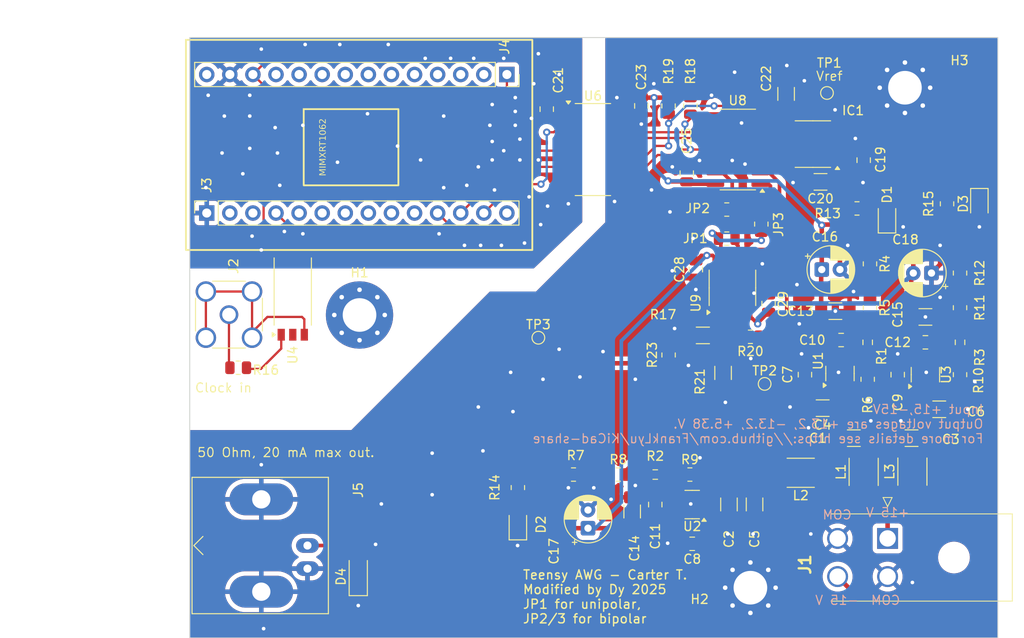
<source format=kicad_pcb>
(kicad_pcb (version 20241229) (generator "pcbnew") (generator_version "9.0")
  (layers (0 "F.Cu" signal) (4 "In1.Cu" signal) (6 "In2.Cu" signal) (2 "B.Cu" signal) (13 "F.Paste" user) (15 "B.Paste" user) (5 "F.SilkS" user "F.Silkscreen") (7 "B.SilkS" user "B.Silkscreen") (1 "F.Mask" user) (3 "B.Mask" user) (25 "Edge.Cuts" user))
  (net 0 "")
  (net 1 "+3.3V")
  (net 2 "+5V")
  (net 3 "-12V")
  (net 4 "+12V")
  (net 5 "Net-(JP1-B)")
  (net 6 "Net-(JP1-A)")
  (net 7 "Net-(JP2-A)")
  (net 8 "GND")
  (net 9 "Vp_unreg")
  (net 10 "Vn_unreg")
  (net 11 "Net-(U1-EN)")
  (net 12 "Net-(U2-EN)")
  (net 13 "Net-(U1-SENSE{slash}ADJ)")
  (net 14 "/core/SCLK")
  (net 15 "/core/LDAC")
  (net 16 "GNDD")
  (net 17 "/core/CS")
  (net 18 "/core/DIN")
  (net 19 "Net-(J2-In)")
  (net 20 "Net-(J2-Ext)")
  (net 21 "Net-(U3-EN)")
  (net 22 "Net-(C10-Pad2)")
  (net 23 "Net-(C11-Pad2)")
  (net 24 "Net-(C12-Pad2)")
  (net 25 "Net-(D2-A)")
  (net 26 "Net-(D3-K)")
  (net 33 "Net-(J3-Pin_4)")
  (net 48 "Net-(D4-A2)")
  (net 49 "Net-(U2-SENSE{slash}ADJ)")
  (net 50 "Net-(U3-ADJ)")
  (net 51 "Net-(U4-A)")
  (net 52 "Net-(U6-I{slash}OB2)")
  (net 53 "Net-(U6-I{slash}OB1)")
  (net 55 "Net-(U6-OUTB1)")
  (net 57 "Net-(U6-OUTB2)")
  (net 62 "Net-(R4-Pad2)")
  (net 63 "Net-(R7-Pad2)")
  (net 64 "Net-(R11-Pad1)")
  (net 65 "Net-(U9A-+)")
  (net 66 "Net-(U9A--)")
  (net 67 "Net-(R17-Pad1)")
  (net 69 "Net-(D1-A)")
  (net 72 "Net-(IC1-NR)")
  (net 73 "/core/REF_F")
  (net 74 "/core/GNDS")
  (net 75 "/core/REF_S")
  (net 76 "Net-(U8-OUT)")
  (net 77 "Net-(JP3-B)")
  (footprint "LED_SMD:LED_0805_2012Metric" (layer "F.Cu") (at 107.188 48.768 -90)
    (property "Reference" "D3")
    (property "Value" "C2297")
  )
  (footprint "Resistor_SMD:R_1206_3216Metric" (layer "F.Cu") (at 76.7695 63.246)
    (property "Reference" "R17")
    (property "Value" "ARG06BTC1001")
  )
  (footprint "Resistor_SMD:R_0805_2012Metric" (layer "F.Cu") (at 105.062 56.388 -90)
    (property "Reference" "R12")
    (property "Value" "0805W8F0000T5E")
  )
  (footprint "Capacitor_SMD:C_0805_2012Metric" (layer "F.Cu") (at 84 59.75 90)
    (property "Reference" "C29")
    (property "Value" "CC0805KRX7R9BB104")
  )
  (footprint "Capacitor_SMD:C_0805_2012Metric" (layer "F.Cu") (at 76 56 -90)
    (property "Reference" "C28")
    (property "Value" "CC0805KRX7R9BB104")
  )
  (footprint "Resistor_SMD:R_0805_2012Metric" (layer "F.Cu") (at 105.062 67.564 90)
    (property "Reference" "R10")
    (property "Value" "0805W8F1002T5E")
  )
  (footprint "TestPoint:TestPoint_Pad_D1.0mm" (layer "F.Cu") (at 83.566 68.58)
    (property "Reference" "TP2")
    (property "Value" "Out/2.5")
  )
  (footprint "Inductor_SMD:L_Taiyo-Yuden_MD-3030" (layer "F.Cu") (at 87.536 78.359 180)
    (property "Reference" "L2")
    (property "Value" "SWPA3015S330MT")
  )
  (footprint "TestPoint:TestPoint_Pad_D1.0mm" (layer "F.Cu") (at 90.424 36.576)
    (property "Reference" "TP1")
    (property "Value" "Ref")
  )
  (footprint "Resistor_SMD:R_0805_2012Metric" (layer "F.Cu") (at 62.5405 78.552)
    (property "Reference" "R7")
    (property "Value" "0805W8F0000T5E")
  )
  (footprint "Package_SO:SOIC-8_3.9x4.9mm_P1.27mm" (layer "F.Cu") (at 88.8746 42.1992 180)
    (property "Reference" "IC1")
    (property "Value" "MAX6126AASA50+")
  )
  (footprint "Package_SO:SOIC-16_3.9x9.9mm_P1.27mm" (layer "F.Cu") (at 64.676 42.799)
    (property "Reference" "U6")
    (property "Value" "MAX14850ASE+")
  )
  (footprint "Capacitor_SMD:C_1206_3216Metric_Pad1.33x1.80mm_HandSolder" (layer "F.Cu") (at 101.252 61.214)
    (property "Reference" "C15")
    (property "Value" "1206B475K500NT")
  )
  (footprint "Capacitor_SMD:C_1206_3216Metric_Pad1.33x1.80mm_HandSolder" (layer "F.Cu") (at 102.776 71.374)
    (property "Reference" "C6")
    (property "Value" "1206B475K500NT")
  )
  (footprint "LED_SMD:LED_0805_2012Metric" (layer "F.Cu") (at 56.421 84.0505 90)
    (property "Reference" "D2")
    (property "Value" "C2297")
  )
  (footprint "Capacitor_SMD:C_0805_2012Metric" (layer "F.Cu") (at 70 38 -90)
    (property "Reference" "C23")
    (property "Value" "CC0805KRX7R9BB104")
  )
  (footprint "Capacitor_SMD:C_1206_3216Metric" (layer "F.Cu") (at 89.7128 46.355 180)
    (property "Reference" "C20")
    (property "Value" "CGA5L2C0G1H104JT0Y0N")
  )
  (footprint "MountingHole:MountingHole_3.7mm_Pad_Via" (layer "F.Cu") (at 39 61)
    (property "Reference" "H1")
    (property "Value" "MountingHole_Pad")
  )
  (footprint "teensy:39-30-Y040" (layer "F.Cu") (at 97.094 85.5785 90)
    (property "Reference" "J1")
    (property "Value" "39300040" (hide yes))
  )
  (footprint "Resistor_SMD:R_1206_3216Metric" (layer "F.Cu") (at 78.994 67.3715 -90)
    (property "Reference" "R21")
    (property "Value" "ARG06BTC1001")
  )
  (footprint "Capacitor_SMD:C_1206_3216Metric_Pad1.33x1.80mm_HandSolder" (layer "F.Cu") (at 82.456 81.838 -90)
    (property "Reference" "C5")
    (property "Value" "1206B475K500NT")
  )
  (footprint "Resistor_SMD:R_0805_2012Metric" (layer "F.Cu") (at 75.344 78.552)
    (property "Reference" "R9")
    (property "Value" "0805W8F1002T5E")
  )
  (footprint "Resistor_SMD:R_0805_2012Metric" (layer "F.Cu") (at 25.654 66.802)
    (property "Reference" "R16")
    (property "Value" "0805W8F6800T5E")
  )
  (footprint "Package_SO:SOIC-8_3.9x4.9mm_P1.27mm" (layer "F.Cu") (at 80.0242 58.0136 90)
    (property "Reference" "U9")
    (property "Value" "OPA2192IDR")
  )
  (footprint "Resistor_SMD:R_0805_2012Metric" (layer "F.Cu") (at 94.902 68.072 -90)
    (property "Reference" "R6")
    (property "Value" "AR05BTCW3502")
  )
  (footprint "Resistor_SMD:R_0603_1608Metric_Pad0.98x0.95mm_HandSolder" (layer "F.Cu") (at 105.062 64.008 -90)
    (property "Reference" "R3")
    (property "Value" "0603WAF470JT5E")
  )
  (footprint "Resistor_SMD:R_0805_2012Metric" (layer "F.Cu") (at 83.2 51 90)
    (property "Reference" "JP3")
    (property "Value" "DNP")
  )
  (footprint "Resistor_SMD:R_0805_2012Metric" (layer "F.Cu") (at 105.062 60.198 -90)
    (property "Reference" "R11")
    (property "Value" "0805W8F1003T5E")
  )
  (footprint "Resistor_SMD:R_0805_2012Metric" (layer "F.Cu") (at 103.632 48.768 90)
    (property "Reference" "R15")
    (property "Value" "0805W8F1003T5E")
  )
  (footprint "Resistor_SMD:R_0805_2012Metric" (layer "F.Cu") (at 79.4 49.4 180)
    (property "Reference" "JP2")
    (property "Value" "DNP")
  )
  (footprint "Connector_Coaxial:BNC_Amphenol_B6252HB-NPP3G-50_Horizontal" (layer "F.Cu") (at 33.274 86.36 90)
    (property "Reference" "J5")
    (property "Value" "KH-BNC50-3511")
  )
  (footprint "MountingHole:MountingHole_3.7mm_Pad_Via" (layer "F.Cu") (at 99 36)
    (property "Reference" "H3")
    (property "Value" "MountingHole_Pad")
  )
  (footprint "Diode_SMD:D_SOD-123F" (layer "F.Cu") (at 38.862 89.662 90)
    (property "Reference" "D4")
    (property "Value" "SMF12CA")
  )
  (footprint "Capacitor_THT:CP_Radial_D5.0mm_P2.00mm" (layer "F.Cu") (at 101.920112 56.388 180)
    (property "Reference" "C18")
    (property "Value" "HG1H226M0508PC")
  )
  (footprint "Capacitor_SMD:C_0805_2012Metric" (layer "F.Cu") (at 101.252 64.008)
    (property "Reference" "C12")
    (property "Value" "0805CG103J500NT")
  )
  (footprint "Connector_Coaxial:SMA_Amphenol_132134-16_Vertical" (layer "F.Cu") (at 24.638 60.96 90)
    (property "Reference" "J2")
    (property "Value" "HJ-SMA429")
  )
  (footprint "Inductor_SMD:L_Taiyo-Yuden_MD-3030" (layer "F.Cu") (at 94.461 78.258 90)
    (property "Reference" "L1")
    (property "Value" "SWPA3015S330MT")
  )
  (footprint "Capacitor_SMD:C_0805_2012Metric" (layer "F.Cu") (at 94.4626 43.9674 90)
    (property "Reference" "C19")
    (property "Value" "CC0805KRX7R9BB104")
  )
  (footprint "Package_SO:SO-6L_10x3.84mm_P1.27mm" (layer "F.Cu") (at 31.656 58.42 90)
    (property "Reference" "U4")
    (property "Value" "TLP2770(TP,E")
  )
  (footprint "LED_SMD:LED_0805_2012Metric" (layer "F.Cu") (at 97.028 50.292 90)
    (property "Reference" "D1")
    (property "Value" "C2297")
  )
  (footprint "Resistor_SMD:R_0805_2012Metric" (layer "F.Cu") (at 79.4 52.6 180)
    (property "Reference" "JP1")
    (property "Value" "0805W8F0000T5E")
  )
  (footprint "Resistor_SMD:R_0805_2012Metric" (layer "F.Cu") (at 73 65.4 -90)
    (property "Reference" "R23")
    (property "Value" "AR05FTBW0500")
  )
  (footprint "Capacitor_SMD:C_0805_2012Metric" (layer "F.Cu") (at 71.534 81.854 90)
    (property "Reference" "C11")
    (property "Value" "0805CG103J500NT")
  )
  (footprint "Resistor_SMD:R_0603_1608Metric_Pad0.98x0.95mm_HandSolder" (layer "F.Cu") (at 94.902 64.008 -90)
    (property "Reference" "R1")
    (property "Value" "0603WAF470JT5E")
  )
  (footprint "Package_TO_SOT_SMD:TSOT-23-5" (layer "F.Cu") (at 91.854 67.437 90)
    (property "Reference" "U1")
    (property "Value" "ADP7118AUJZ-R7")
  )
  (footprint "Resistor_SMD:R_0805_2012Metric" (layer "F.Cu") (at 56.421 79.9865 -90)
    (property "Reference" "R14")
    (property "Value" "0805W8F1003T5E")
  )
  (footprint "Capacitor_SMD:C_0805_2012Metric" (layer "F.Cu") (at 91.981 63.754)
    (property "Reference" "C10")
    (property "Value" "0805CG103J500NT")
  )
  (footprint "Capacitor_SMD:C_1206_3216Metric_Pad1.33x1.80mm_HandSolder" (layer "F.Cu") (at 99.728 74.549 180)
    (property "Reference" "C3")
    (property "Value" "1206B475K500NT")
  )
  (footprint "Capacitor_THT:CP_Radial_D5.0mm_P2.00mm" (layer "F.Cu") (at 64.135 84.455 90)
    (property "Reference" "C17")
    (property "Value" "HG1H226M0508PC")
  )
  (footprint "Capacitor_SMD:C_0805_2012Metric" (layer "F.Cu") (at 75.598 86.172 180)
    (property "Reference" "C8")
    (property "Value" "CC0805KRX7R9BB104")
  )
  (footprint "Capacitor_SMD:C_0805_2012Metric" (layer "F.Cu") (at 59.596 38.354 -90)
    (property "Reference" "C21")
    (property "Value" "CC0805KRX7R9BB104")
  )
  (footprint "Capacitor_SMD:C_0805_2012Metric" (layer "F.Cu") (at 88 67.564 90)
    (property "Reference" "C7")
    (property "Value" "CC0805KRX7R9BB104")
  )
  (footprint "Connector_PinSocket_2.54mm:PinSocket_1x14_P2.54mm_Vertical" (layer "F.Cu") (at 55.213 34.544 -90)
    (property "Reference" "J4")
    (property "Value" "PM254-1-14-Z-8.5")
  )
  (footprint "MountingHole:MountingHole_3.7mm_Pad_Via" (layer "F.Cu") (at 82 91)
    (property "Reference" "H2")
    (property "Value" "MountingHole_Pad")
  )
  (footprint "Resistor_SMD:R_0805_2012Metric" (layer "F.Cu") (at 82 63.4)
    (property "Reference" "R20")
    (property "Value" "0805W8F1000T5E")
  )
  (footprint "Capacitor_SMD:C_0805_2012Metric" (layer "F.Cu") (at 98.204 67.564 90)
    (property "Reference" "C9")
    (property "Value" "CC0805KRX7R9BB104")
  )
  (footprint "TestPoint:TestPoint_Pad_D1.0mm" (layer "F.Cu") (at 58.674 63.5)
    (property "Reference" "TP3")
    (property "Value" "Out")
  )
  (footprint "Resistor_SMD:R_0805_2012Metric" (layer "F.Cu") (at 95.156 60.198 -90)
    (property "Reference" "R5")
    (property "Value" "0805W8F0000T5E")
  )
  (footprint "Resistor_SMD:R_0805_2012Metric" (layer "F.Cu") (at 72.996 38 -90)
    (property "Reference" "R19")
    (property "Value" "PTFR0805B1K00N9")
  )
  (footprint "Inductor_SMD:L_Taiyo-Yuden_MD-3030" (layer "F.Cu") (at 99.822 78.232 90)
    (property "Reference" "L3")
    (property "Value" "SWPA3015S330MT")
  )
  (footprint "Connector_PinSocket_2.54mm:PinSocket_1x14_P2.54mm_Vertical" (layer "F.Cu") (at 22.193 49.784 90)
    (property "Reference" "J3")
    (property "Value" "PM254-1-14-Z-8.5")
  )
  (footprint "Capacitor_SMD:C_1206_3216Metric" (layer "F.Cu") (at 85.9282 36.6776 90)
    (property "Reference" "C22")
    (property "Value" "CGA5L2C0G1H104JT0Y0N")
  )
  (footprint "Capacitor_THT:CP_Radial_D5.0mm_P2.00mm" (layer "F.Cu") (at 89.849888 56)
    (property "Reference" "C16")
    (property "Value" "HG1H226M0508PC")
  )
  (footprint "Package_SO:SOIC-14_3.9x8.7mm_P1.27mm" (layer "F.Cu") (at 80.616 42.799 180)
    (property "Reference" "U8")
    (property "Value" "MAX5719AGSD+")
  )
  (footprint "Resistor_SMD:R_0805_2012Metric" (layer "F.Cu") (at 95.156 55.372 -90)
    (property "Reference" "R4")
    (property "Value" "ARG05BTC3481")
  )
  (footprint "Capacitor_SMD:C_1206_3216Metric_Pad1.33x1.80mm_HandSolder" (layer "F.Cu") (at 93.378 74.549)
    (property "Reference" "C1")
    (property "Value" "1206B475K500NT")
  )
  (footprint "Package_TO_SOT_SMD:TSOT-23-5" (layer "F.Cu") (at 75.598 81.854 180)
    (property "Reference" "U2")
    (property "Value" "ADP7118AUJZ-R7")
  )
  (footprint "Capacitor_SMD:C_1206_3216Metric_Pad1.33x1.80mm_HandSolder" (layer "F.Cu") (at 91.346 60.579)
    (property "Reference" "C13")
    (property "Value" "1206B475K500NT")
  )
  (footprint "Resistor_SMD:R_0805_2012Metric" (layer "F.Cu") (at 75.4 38 -90)
    (property "Reference" "R18")
    (property "Value" "PTFR0805B1K00N9")
  )
  (footprint "Capacitor_SMD:C_0805_2012Metric" (layer "F.Cu") (at 75 45.4 -90)
    (property "Reference" "C25")
    (property "Value" "CC0805KRX7R9BB104")
  )
  (footprint "Resistor_SMD:R_0603_1608Metric_Pad0.98x0.95mm_HandSolder" (layer "F.Cu") (at 71.534 78.552)
    (property "Reference" "R2")
    (property "Value" "0603WAF470JT5E")
  )
  (footprint "Resistor_SMD:R_0805_2012Metric" (layer "F.Cu") (at 67.47 78.552)
    (property "Reference" "R8")
    (property "Value" "0805W8F1003T5E")
  )
  (footprint "Resistor_SMD:R_0805_2012Metric" (layer "F.Cu") (at 93.726 49.276)
    (property "Reference" "R13")
    (property "Value" "0805W8F3162T5E")
  )
  (footprint "Package_TO_SOT_SMD:TSOT-23-5" (layer "F.Cu") (at 101.252 67.564 90)
    (property "Reference" "U3")
    (property "Value" "ADP7182AUJZ-R7")
  )
  (footprint "Capacitor_SMD:C_1206_3216Metric_Pad1.33x1.80mm_HandSolder" (layer "F.Cu") (at 68.994 82.616 90)
    (property "Reference" "C14")
    (property "Value" "1206B475K500NT")
  )
  (footprint "Capacitor_SMD:C_1206_3216Metric_Pad1.33x1.80mm_HandSolder" (layer "F.Cu") (at 89.949 71.247 180)
    (property "Reference" "C4")
    (property "Value" "1206B475K500NT")
  )
  (footprint "Capacitor_SMD:C_1206_3216Metric_Pad1.33x1.80mm_HandSolder" (layer "F.Cu") (at 79.642 81.842 -90)
    (property "Reference" "C2")
    (property "Value" "1206B475K500NT")
  )
  (gr_rect (start 19.907 30.734) (end 58.007 53.848) (stroke (width 0.2)) (fill no) (layer "F.SilkS"))
  (gr_rect (start 32.861 38.354) (end 43.275 46.736) (stroke (width 0.2)) (fill no) (layer "F.SilkS"))
  (gr_rect (start 20.32 30.48) (end 109.22 96.52) (stroke (width 0.1)) (fill no) (layer "Edge.Cuts"))
  (gr_text "Clock in" (at 20.828 69.596 0) (layer "F.SilkS") (effects (font (size 1 1) (thickness 0.125)) (justify left bottom)))
  (gr_text "MIMXRT1062\n" (at 35.401 45.72 90) (layer "F.SilkS") (effects (font (size 0.7 0.7) (thickness 0.175)) (justify left bottom)))
  (gr_text "50 Ohm, 20 mA max out." (at 21.082 76.708 0) (layer "F.SilkS") (effects (font (size 1 1) (thickness 0.125)) (justify left bottom)))
  (gr_text "Teensy AWG - Carter T.\nModified by Dy 2025\nJP1 for unipolar, \nJP2/3 for bipolar\n" (at 56.896 95 0) (layer "F.SilkS") (effects (font (size 1 1)) (justify left bottom)))
  (gr_text "Vref" (at 89.154 35.306 0) (layer "F.SilkS") (effects (font (size 1 1) (thickness 0.125)) (justify left bottom)))
  (gr_text "COM" (at 93.218 83.566 0) (layer "B.SilkS") (effects (font (size 1 1) (thickness 0.125)) (justify left bottom mirror)))
  (gr_text "COM" (at 98.552 92.964 0) (layer "B.SilkS") (effects (font (size 1 1) (thickness 0.125)) (justify left bottom mirror)))
  (gr_text "Input +15,-15V\nOutput voltages are +13.2, -13.2, +5.38 V.\nFor more details see https://github.com/FrankLyu/KiCad-share" (at 107.696 75.184 0) (layer "B.SilkS") (effects (font (size 1 1) (thickness 0.125)) (justify left bottom mirror)))
  (gr_text "+15 V" (at 99.568 83.312 0) (layer "B.SilkS") (effects (font (size 1 1) (thickness 0.125)) (justify left bottom mirror)))
  (gr_text "-15 V" (at 93.98 92.964 0) (layer "B.SilkS") (effects (font (size 1 1) (thickness 0.125)) (justify left bottom mirror)))
  (segment (start 59.596 34.544) (end 59.596 37.404) (width 0.25) (layer "F.Cu") (net 1))
  (segment (start 29.813 32.004) (end 57.056 32.004) (width 0.25) (layer "F.Cu") (net 1))
  (segment (start 27.273 34.544) (end 29.813 32.004) (width 0.25) (layer "F.Cu") (net 1))
  (segment (start 61.251 37.404) (end 62.201 38.354) (width 0.25) (layer "F.Cu") (net 1))
  (segment (start 28.449 35.72) (end 27.273 34.544) (width 0.25) (layer "F.Cu") (net 1))
  (segment (start 57.056 32.004) (end 59.596 34.544) (width 0.25) (layer "F.Cu") (net 1))
  (segment (start 28.449 51.733) (end 28.449 35.72) (width 0.25) (layer "F.Cu") (net 1))
  (segment (start 30.386 53.67) (end 28.449 51.733) (width 0.25) (layer "F.Cu") (net 1))
  (segment (start 59.596 37.404) (end 61.251 37.404) (width 0.25) (layer "F.Cu") (net 1))
  (segment (start 71.4 37.0875) (end 70.4375 37.0875) (width 0.5) (layer "F.Cu") (net 2))
  (segment (start 73.05 46.35) (end 75 46.35) (width 0.4) (layer "F.Cu") (net 2))
  (segment (start 93.251 51.054) (end 95.156 52.959) (width 0.5) (layer "F.Cu") (net 2))
  (segment (start 72.996 37.0875) (end 71.4 37.0875) (width 0.5) (layer "F.Cu") (net 2))
  (segment (start 91.031 63.754) (end 89.441 62.164) (width 0.5) (layer "F.Cu") (net 2))
  (segment (start 92.8135 49.276) (end 92.8135 43.323101) (width 0.5) (layer "F.Cu") (net 2))
  (segment (start 89.849888 56) (end 89.849888 51.120112) (width 0.5) (layer "F.Cu") (net 2))
  (segment (start 68.446 38.354) (end 69.75 37.05) (width 0.4) (layer "F.Cu") (net 2))
  (segment (start 67.151 38.354) (end 68.446 38.354) (width 0.4) (layer "F.Cu") (net 2))
  (segment (start 89.441 62.164) (end 89.441 60.9215) (width 0.5) (layer "F.Cu") (net 2))
  (segment (start 94.2794 42.8342) (end 94.4626 43.0174) (width 0.5) (layer "F.Cu") (net 2))
  (segment (start 69.75 37.05) (end 70 37.05) (width 0.4) (layer "F.Cu") (net 2))
  (segment (start 75.4 37.0875) (end 72.996 37.0875) (width 0.5) (layer "F.Cu") (net 2))
  (segment (start 70.4375 37.0875) (end 70.4 37.05) (width 0.5) (layer "F.Cu") (net 2))
  (segment (start 90.904 66.2995) (end 90.904 63.881) (width 0.5) (layer "F.Cu") (net 2))
  (segment (start 89.7835 56.066388) (end 89.849888 56) (width 0.5) (layer "F.Cu") (net 2))
  (segment (start 93.251 51.054) (end 92.8135 50.6165) (width 0.5) (layer "F.Cu") (net 2))
  (segment (start 94.8744 42.8342) (end 94.996 42.7126) (width 0.25) (layer "F.Cu") (net 2))
  (segment (start 92.8135 43.323101) (end 92.324599 42.8342) (width 0.5) (layer "F.Cu") (net 2))
  (segment (start 72.95 46.25) (end 73.05 46.35) (width 0.4) (layer "F.Cu") (net 2))
  (segment (start 78.141 46.609) (end 75.259 46.609) (width 0.4) (layer "F.Cu") (net 2))
  (segment (start 70.4 37.05) (end 70 37.05) (width 0.5) (layer "F.Cu") (net 2))
  (segment (start 75.259 46.609) (end 75 46.35) (width 0.4) (layer "F.Cu") (net 2))
  (segment (start 89.849888 51.120112) (end 89.916 51.054) (width 0.5) (layer "F.Cu") (net 2))
  (segment (start 89.916 51.054) (end 93.251 51.054) (width 0.5) (layer "F.Cu") (net 2))
  (segment (start 92.8135 50.6165) (end 92.8135 49.276) (width 0.5) (layer "F.Cu") (net 2))
  (segment (start 89.7835 60.579) (end 89.7835 56.066388) (width 0.5) (layer "F.Cu") (net 2))
  (segment (start 91.3496 42.8342) (end 94.2794 42.8342) (width 0.5) (layer "F.Cu") (net 2))
  (segment (start 92.324599 42.8342) (end 91.3496 42.8342) (width 0.5) (layer "F.Cu") (net 2))
  (segment (start 95.156 52.959) (end 95.156 54.4595) (width 0.5) (layer "F.Cu") (net 2))
  (via (at 72.95 46.25) (size 0.8) (drill 0.4) (layers "F.Cu" "B.Cu") (net 2))
  (via (at 71.4 37.0875) (size 0.8) (drill 0.4) (layers "F.Cu" "B.Cu") (net 2))
  (via (at 89.849888 51.120112) (size 0.8) (drill 0.4) (layers "F.Cu" "B.Cu") (net 2))
  (segment (start 72.95 46.25) (end 84.979776 46.25) (width 0.4) (layer "B.Cu") (net 2))
  (segment (start 71.4 44.8) (end 71.4 37.0875) (width 0.4) (layer "B.Cu") (net 2))
  (segment (start 72.95 46.25) (end 72.85 46.25) (width 0.4) (layer "B.Cu") (net 2))
  (segment (start 84.979776 46.25) (end 89.849888 51.120112) (width 0.4) (layer "B.Cu") (net 2))
  (segment (start 72.85 46.25) (end 71.4 44.8) (width 0.4) (layer "B.Cu") (net 2))
  (segment (start 103.632 51.054) (end 103.632 49.6805) (width 0.5) (layer "F.Cu") (net 3))
  (segment (start 103.632 51.054) (end 103.411 51.054) (width 0.5) (layer "F.Cu") (net 3))
  (segment (start 99.920112 56.388) (end 99.920112 53.385888) (width 0.5) (layer "F.Cu") (net 3))
  (segment (start 82.2 61.4) (end 81.905 61.105) (width 0.4) (layer "F.Cu") (net 3))
  (segment (start 82.804 61.896) (end 84 60.7) (width 0.4) (layer "F.Cu") (net 3))
  (segment (start 100.302 64.008) (end 100.302 61.8265) (width 0.5) (layer "F.Cu") (net 3))
  (segment (start 103.411 51.054) (end 102.252 51.054) (width 0.5) (layer "F.Cu") (net 3))
  (segment (start 99.6895 61.214) (end 99.6895 56.618612) (width 0.5) (layer "F.Cu") (net 3))
  (segment (start 100.302 64.008) (end 100.302 66.4265) (width 0.5) (layer "F.Cu") (net 3))
  (segment (start 81.905 61.105) (end 81.905 60.475) (width 0.4) (layer "F.Cu") (net 3))
  (segment (start 105.062 52.07) (end 104.046 51.054) (width 0.5) (layer "F.Cu") (net 3))
  (segment (start 99.6895 56.618612) (end 99.920112 56.388) (width 0.5) (layer "F.Cu") (net 3))
  (segment (start 82.804 61.976) (end 82.804 61.896) (width 0.4) (layer "F.Cu") (net 3))
  (segment (start 104.046 51.054) (end 103.632 51.054) (width 0.5) (layer "F.Cu") (net 3))
  (segment (start 100.302 61.8265) (end 99.6895 61.214) (width 0.5) (layer "F.Cu") (net 3))
  (segment (start 99.920112 53.385888) (end 102.252 51.054) (width 0.5) (layer "F.Cu") (net 3))
  (segment (start 105.062 55.4755) (end 105.062 52.07) (width 0.5) (layer "F.Cu") (net 3))
  (segment (start 82.804 61.976) (end 82.228 61.4) (width 0.4) (layer "F.Cu") (net 3))
  (segment (start 82.228 61.4) (end 82.2 61.4) (width 0.4) (layer "F.Cu") (net 3))
  (via (at 82.804 61.976) (size 0.8) (drill 0.4) (layers "F.Cu" "B.Cu") (net 3))
  (segment (start 82.804 61.396) (end 84.472 59.728) (width 0.5) (layer "B.Cu") (net 3))
  (segment (start 96.580112 59.728) (end 99.920112 56.388) (width 0.5) (layer "B.Cu") (net 3))
  (segment (start 82.804 61.976) (end 82.804 61.396) (width 0.5) (layer "B.Cu") (net 3))
  (segment (start 84.472 59.728) (end 96.580112 59.728) (width 0.5) (layer "B.Cu") (net 3))
  (segment (start 59.8555 79.629) (end 59.8555 82.3835) (width 0.5) (layer "F.Cu") (net 4))
  (segment (start 61.628 78.552) (end 60.9325 78.552) (width 0.5) (layer "F.Cu") (net 4))
  (segment (start 59.8555 82.3835) (end 61.927 84.455) (width 0.5) (layer "F.Cu") (net 4))
  (segment (start 71.534 82.804) (end 70.3685 82.804) (width 0.5) (layer "F.Cu") (net 4))
  (segment (start 61.927 84.455) (end 64.135 84.455) (width 0.5) (layer "F.Cu") (net 4))
  (segment (start 59.596 78.552) (end 56.943 78.552) (width 0.5) (layer "F.Cu") (net 4))
  (segment (start 74.4605 82.804) (end 71.534 82.804) (width 0.5) (layer "F.Cu") (net 4))
  (segment (start 76.6 54.45) (end 77.2 54.45) (width 0.4) (layer "F.Cu") (net 4))
  (segment (start 61.628 78.552) (end 59.596 78.552) (width 0.5) (layer "F.Cu") (net 4))
  (segment (start 77.85 54.45) (end 78.095 54.695) (width 0.4) (layer "F.Cu") (net 4))
  (segment (start 76 55.05) (end 76.6 54.45) (width 0.4) (layer "F.Cu") (net 4))
  (segment (start 77.2 54.45) (end 77.85 54.45) (width 0.4) (layer "F.Cu") (net 4))
  (segment (start 56.943 78.552) (end 56.421 79.074) (width 0.5) (layer "F.Cu") (net 4))
  (segment (start 78.095 54.695) (end 78.095 55.525) (width 0.4) (layer "F.Cu") (net 4))
  (segment (start 68.7175 84.455) (end 68.994 84.1785) (width 0.5) (layer "F.Cu") (net 4))
  (segment (start 70.3685 82.804) (end 68.994 84.1785) (width 0.5) (layer "F.Cu") (net 4))
  (segment (start 64.135 84.455) (end 68.7175 84.455) (width 0.5) (layer "F.Cu") (net 4))
  (segment (start 60.9325 78.552) (end 59.8555 79.629) (width 0.5) (layer "F.Cu") (net 4))
  (via (at 77.2 54.45) (size 0.8) (drill 0.4) (layers "F.Cu" "B.Cu") (net 4))
  (segment (start 67.8 81.6) (end 64.945 84.455) (width 0.4) (layer "B.Cu") (net 4))
  (segment (start 64.945 84.455) (end 64.135 84.455) (width 0.4) (layer "B.Cu") (net 4))
  (segment (start 77.2 54.45) (end 67.8 63.85) (width 0.4) (layer "B.Cu") (net 4))
  (segment (start 67.8 63.85) (end 67.8 81.6) (width 0.4) (layer "B.Cu") (net 4))
  (segment (start 86 61.4) (end 84.749 62.651) (width 0.4) (layer "F.Cu") (net 5))
  (segment (start 80.265001 57.4) (end 85.2 57.4) (width 0.4) (layer "F.Cu") (net 5))
  (segment (start 79.365 56.499999) (end 80.265001 57.4) (width 0.4) (layer "F.Cu") (net 5))
  (segment (start 85.2 57.4) (end 86 58.2) (width 0.4) (layer "F.Cu") (net 5))
  (segment (start 84.749 62.651) (end 84 63.4) (width 0.4) (layer "F.Cu") (net 5))
  (segment (start 83.566 68.58) (end 83.566 68.072) (width 0.25) (layer "F.Cu") (net 5))
  (segment (start 79.365 55.525) (end 79.365 56.499999) (width 0.4) (layer "F.Cu") (net 5))
  (segment (start 78.15 52) (end 78.75 52.6) (width 0.4) (layer "F.Cu") (net 5))
  (segment (start 83.566 68.072) (end 84.749 66.889) (width 0.25) (layer "F.Cu") (net 5))
  (segment (start 84.749 62.651) (end 84.749 66.889) (width 0.4) (layer "F.Cu") (net 5))
  (segment (start 86 58.2) (end 86 61.4) (width 0.4) (layer "F.Cu") (net 5))
  (segment (start 78.75 53.935001) (end 78.75 52.6) (width 0.4) (layer "F.Cu") (net 5))
  (segment (start 84 63.4) (end 82.9125 63.4) (width 0.4) (layer "F.Cu") (net 5))
  (segment (start 83.2 52.8) (end 83.2 51.65) (width 0.4) (layer "F.Cu") (net 5))
  (segment (start 79.365 54.550001) (end 78.75 53.935001) (width 0.4) (layer "F.Cu") (net 5))
  (segment (start 79.365 55.525) (end 79.365 54.550001) (width 0.4) (layer "F.Cu") (net 5))
  (segment (start 77.8 52) (end 78.15 52) (width 0.4) (layer "F.Cu") (net 5))
  (via (at 83.2 52.8) (size 0.8) (drill 0.4) (layers "F.Cu" "B.Cu") (net 5))
  (via (at 77.8 52) (size 0.8) (drill 0.4) (layers "F.Cu" "B.Cu") (net 5))
  (segment (start 78.6 52.8) (end 83.2 52.8) (width 0.4) (layer "B.Cu") (net 5))
  (segment (start 77.8 52) (end 78.6 52.8) (width 0.4) (layer "B.Cu") (net 5))
  (segment (start 80.635 53.385) (end 80.25 53) (width 0.4) (layer "F.Cu") (net 6))
  (segment (start 78.75 49.6625) (end 78.4875 49.4) (width 0.4) (layer "F.Cu") (net 6))
  (segment (start 80.635 55.525) (end 80.635 53.385) (width 0.4) (layer "F.Cu") (net 6))
  (segment (start 80.25 53) (end 80.25 52.8) (width 0.4) (layer "F.Cu") (net 6))
  (segment (start 80.3125 52.7375) (end 80.3125 51.7125) (width 0.4) (layer "F.Cu") (net 6))
  (segment (start 78.75 50.15) (end 78.75 49.6625) (width 0.4) (layer "F.Cu") (net 6))
  (segment (start 80.3125 51.7125) (end 78.75 50.15) (width 0.4) (layer "F.Cu") (net 6))
  (segment (start 80.25 52.8) (end 80.3125 52.7375) (width 0.4) (layer "F.Cu") (net 6))
  (segment (start 78.939 45.339) (end 78.141 45.339) (width 0.4) (layer "F.Cu") (net 7))
  (segment (start 80 46.4) (end 78.939 45.339) (width 0.4) (layer "F.Cu") (net 7))
  (segment (start 80.05 47.25) (end 80 47.2) (width 0.4) (layer "F.Cu") (net 7))
  (segment (start 80 47.2) (end 80 46.4) (width 0.4) (layer "F.Cu") (net 7))
  (segment (start 80.05 49.4) (end 80.05 47.25) (width 0.4) (layer "F.Cu") (net 7))
  (segment (start 101.031001 67.31) (end 100.302 68.039001) (width 0.25) (layer "F.Cu") (net 8))
  (segment (start 91.854 68.5745) (end 91.854 67.47) (width 0.25) (layer "F.Cu") (net 8))
  (segment (start 65.31 81.28) (end 64.135 82.455) (width 0.5) (layer "F.Cu") (net 8))
  (segment (start 81.407 44.3992) (end 81.7372 44.069) (width 0.25) (layer "F.Cu") (net 8))
  (segment (start 84 58.8) (end 82.6 58.8) (width 0.4) (layer "F.Cu") (net 8))
  (segment (start 81.7372 44.069) (end 83.091 44.069) (width 0.25) (layer "F.Cu") (net 8))
  (segment (start 70 40) (end 70 38.95) (width 0.25) (layer "F.Cu") (net 8))
  (segment (start 101.346 67.31) (end 101.031001 67.31) (width 0.25) (layer "F.Cu") (net 8))
  (segment (start 102.87 55.438112) (end 101.920112 56.388) (width 0.5) (layer "F.Cu") (net 8))
  (segment (start 75.504 81.854) (end 75.438 81.788) (width 0.25) (layer "F.Cu") (net 8))
  (segment (start 73.406 44.704) (end 74.746 44.704) (width 0.25) (layer "F.Cu") (net 8))
  (segment (start 91.849888 54.200112) (end 92.71 53.34) (width 0.5) (layer "F.Cu") (net 8))
  (segment (start 100.302 68.039001) (end 100.302 68.7015) (width 0.25) (layer "F.Cu") (net 8))
  (segment (start 91.3496 41.5642) (end 93.5326 41.5642) (width 0.25) (layer "F.Cu") (net 8))
  (segment (start 91.849888 56) (end 91.849888 54.200112) (width 0.5) (layer "F.Cu") (net 8))
  (segment (start 77.343 44.069) (end 77.274 44) (width 0.25) (layer "F.Cu") (net 8))
  (segment (start 79.318 44.069) (end 78.141 44.069) (width 0.25) (layer "F.Cu") (net 8))
  (segment (start 80 44) (end 79.387 44) (width 0.25) (layer "F.Cu") (net 8))
  (segment (start 66.675 81.28) (end 65.31 81.28) (width 0.5) (layer "F.Cu") (net 8))
  (segment (start 91.854 67.47) (end 91.694 67.31) (width 0.25) (layer "F.Cu") (net 8))
  (segment (start 79.387 44) (end 79.318 44.069) (width 0.25) (layer "F.Cu") (net 8))
  (segment (start 76 56.95) (end 76 58.2) (width 0.4) (layer "F.Cu") (net 8))
  (segment (start 76.7355 81.854) (end 75.504 81.854) (width 0.25) (layer "F.Cu") (net 8))
  (segment (start 82.6 58.8) (end 82.4 58.6) (width 0.4) (layer "F.Cu") (net 8))
  (segment (start 93.5326 41.5642) (end 93.5482 41.5798) (width 0.25) (layer "F.Cu") (net 8))
  (segment (start 74.746 44.704) (end 75 44.45) (width 0.25) (layer "F.Cu") (net 8))
  (segment (start 102.87 53.34) (end 102.87 55.438112) (width 0.5) (layer "F.Cu") (net 8))
  (segment (start 77.274 44) (end 76.4 44) (width 0.25) (layer "F.Cu") (net 8))
  (via (at 102.87 53.34) (size 0.8) (drill 0.4) (layers "F.Cu" "B.Cu") (net 8))
  (via (at 107.188 51.308) (size 0.8) (drill 0.4) (layers "F.Cu" "B.Cu") (net 8))
  (via (at 73.152 49.66) (size 0.8) (drill 0.4) (layers "F.Cu" "B.Cu") (net 8))
  (via (at 86.0044 33.5534) (size 0.8) (drill 0.4) (layers "F.Cu" "B.Cu") (net 8))
  (via (at 82.296 85.09) (size 0.8) (drill 0.4) (layers "F.Cu" "B.Cu") (net 8))
  (via (at 83.312 55.372) (size 0.8) (drill 0.4) (layers "F.Cu" "B.Cu") (net 8))
  (via (at 92.71 53.34) (size 0.8) (drill 0.4) (layers "F.Cu" "B.Cu") (net 8))
  (via (at 75.438 81.788) (size 0.8) (drill 0.4) (layers "F.Cu" "B.Cu") (net 8))
  (via (at 72.898 86.106) (size 0.8) (drill 0.4) (layers "F.Cu" "B.Cu") (net 8))
  (via (at 70 40) (size 0.8) (drill 0.4) (layers "F.Cu" "B.Cu") (net 8))
  (via (at 98.806 51.308) (size 0.8) (drill 0.4) (layers "F.Cu" "B.Cu") (net 8))
  (via (at 28.448 95.504) (size 0.8) (drill 0.4) (layers "F.Cu" "B.Cu") (net 8))
  (via (at 46.99 80.772) (size 0.8) (drill 0.4) (layers "F.Cu" "B.Cu") (net 8))
  (via (at 61.976 80.01) (size 0.8) (drill 0.4) (layers "F.Cu" "B.Cu") (net 8))
  (via (at 64.77 80.01) (size 0.8) (drill 0.4) (layers "F.Cu" "B.Cu") (net 8))
  (via (at 86.6902 46.4312) (size 0.8) (drill 0.4) (layers "F.Cu" "B.Cu") (net 8))
  (via (at 81.026 39.878) (size 0.8) (drill 0.4) (layers "F.Cu" "B.Cu") (net 8))
  (via (at 91.313 38.4302) (size 0.8) (drill 0.4) (layers "F.Cu" "B.Cu") (net 8))
  (via (at 55.88 71.628) (size 0.8) (drill 0.4) (layers "F.Cu" "B.Cu") (net 8))
  (via (at 67.31 37.084) (size 0.8) (drill 0.4) (layers "F.Cu" "B.Cu") (net 8))
  (via (at 55.626 67.31) (size 0.8) (drill 0.4) (layers "F.Cu" "B.Cu") (net 8))
  (via (at 77.724 36.83) (size 0.8) (drill 0.4) (layers "F.Cu" "B.Cu") (net 8))
  (via (at 38.862 92.964) (size 0.8) (drill 0.4) (layers "F.Cu" "B.Cu") (net 8))
  (via (at 87.376 61.976) (size 0.8) (drill 0.4) (layers "F.Cu" "B.Cu") (net 8))
  (via (at 93.5482 41.5798) (size 0.8) (drill 0.4) (layers "F.Cu" "B.Cu") (net 8))
  (via (at 80 44) (size 0.8) (drill 0.4) (layers "F.Cu" "B.Cu") (net 8))
  (via (at 52.578 75.946) (size 0.8) (drill 0.4) (layers "F.Cu" "B.Cu") (net 8))
  (via (at 88.392 73.406) (size 0.8) (drill 0.4) (layers "F.Cu" "B.Cu") (net 8))
  (via (at 73.406 44.704) (size 0.8) (drill 0.4) (layers "F.Cu" "B.Cu") (net 8))
  (via (at 69.342 79.756) (size 0.8) (drill 0.4) (layers "F.Cu" "B.Cu") (net 8))
  (via (at 28.194 77.47) (size 0.8) (drill 0.4) (layers "F.Cu" "B.Cu") (net 8))
  (via (at 73.406 56.134) (size 0.8) (drill 0.4) (layers "F.Cu" "B.Cu") (net 8))
  (via (at 95.25 72.644) (size 0.8) (drill 0.4) (layers "F.Cu" "B.Cu") (net 8))
  (via (at 71.374 35.56) (size 0.8) (drill 0.4) (layers "F.Cu" "B.Cu") (net 8))
  (via (at 80.264 34.29) (size 0.8) (drill 0.4) (layers "F.Cu" "B.Cu") (net 8))
  (via (at 67.056 48.514) (size 0.8) (drill 0.4) (layers "F.Cu" "B.Cu") (net 8))
  (via (at 106.68 68.326) (size 0.8) (drill 0.4) (layers "F.Cu" "B.Cu") (net 8))
  (via (at 94.996 70.358) (size 0.8) (drill 0.4) (layers "F.Cu" "B.Cu") (net 8))
  (via (at 63.246 67.818) (size 0.8) (drill 0.4) (layers "F.Cu" "B.Cu") (net 8))
  (via (at 86.36 71.12) (size 0.8) (drill 0.4) (layers "F.Cu" "B.Cu") (net 8))
  (via (at 82.042 65.786) (size 0.8) (drill 0.4) (layers "F.Cu" "B.Cu") (net 8))
  (via (at 71.12 47.244) (size 0.8) (drill 0.4) (layers "F.Cu" "B.Cu") (net 8))
  (via (at 98.204 65.278) (size 0.8) (drill 0.4) (layers "F.Cu" "B.Cu") (net 8))
  (via (at 69.342 68.072) (size 0.8) (drill 0.4) (layers "F.Cu" "B.Cu") (net 8))
  (via (at 52.07 71.12) (size 0.8) (drill 0.4) (layers "F.Cu" "B.Cu") (net 8))
  (via (at 59.182 68.072) (size 0.8) (drill 0.4) (layers "F.Cu" "B.Cu") (net 8))
  (via (at 98.552 72.644) (size 0.8) (drill 0.4) (layers "F.Cu" "B.Cu") (net 8))
  (via (at 91.346 60.579) (size 0.8) (drill 0.4) (layers "F.Cu" "B.Cu") (net 8))
  (via (at 102.87 59.055) (size 0.8) (drill 0.4) (layers "F.Cu" "B.Cu") (net 8))
  (via (at 101.252 61.214) (size 0.8) (drill 0.4) (layers "F.Cu" "B.Cu") (net 8))
  (via (at 79.502 85.09) (size 0.8) (drill 0.4) (layers "F.Cu" "B.Cu") (net 8))
  (via (at 40.767 86.233) (size 0.8) (drill 0.4) (layers "F.Cu" "B.Cu") (net 8))
  (via (at 87.63 65.278) (size 0.8) (drill 0.4) (layers "F.Cu" "B.Cu") (net 8))
  (via (at 66.675 81.28) (size 0.8) (drill 0.4) (layers "F.Cu" "B.Cu") (net 8))
  (via (at 101.346 67.31) (size 0.8) (drill 0.4) (layers "F.Cu" "B.Cu") (net 8))
  (via (at 76.454 76.708) (size 0.8) (drill 0.4) (layers "F.Cu" "B.Cu") (net 8))
  (via (at 73.66 62.484) (size 0.8) (drill 0.4) (layers "F.Cu" "B.Cu") (net 8))
  (via (at 88.646 85.09) (size 0.8) (drill 0.4) (layers "F.Cu" "B.Cu") (net 8))
  (via (at 87.9348 35.2298) (size 0.8) (drill 0.4) (layers "F.Cu" "B.Cu") (net 8))
  (via (at 56.388 86.36) (size 0.8) (drill 0.4) (layers "F.Cu" "B.Cu") (net 8))
  (via (at 75.184 66.548) (size 0.8) (drill 0.4) (layers "F.Cu" "B.Cu") (net 8))
  (via (at 93.345 58.42) (size 0.8) (drill 0.4) (layers "F.Cu" "B.Cu") (net 8))
  (via (at 75.692 52.578) (size 0.8) (drill 0.4) (layers "F.Cu" "B.Cu") (net 8))
  (via (at 41.402 81.788) (size 0.8) (drill 0.4) (layers "F.Cu" "B.Cu") (net 8))
  (via (at 87.122 57.658) (size 0.8) (drill 0.4) (layers "F.Cu" "B.Cu") (net 8))
  (via (at 81.407 44.3992) (size 0.8) (drill 0.4) (layers "F.Cu" "B.Cu") (net 8))
  (via (at 105.918 71.374) (size 0.8) (drill 0.4) (layers "F.Cu" "B.Cu") (net 8))
  (via (at 76 58.2) (size 0.8) (drill 0.4) (layers "F.Cu" "B.Cu") (net 8))
  (via (at 60.96 64.77) (size 0.8) (drill 0.4) (layers "F.Cu" "B.Cu") (net 8))
  (via (at 79.248 70.612) (size 0.8) (drill 0.4) (layers "F.Cu" "B.Cu") (net 8))
  (via (at 76.4 44) (size 0.8) (drill 0.4) (layers "F.Cu" "B.Cu") (net 8))
  (via (at 46.99 76.2) (size 0.8) (drill 0.4) (layers "F.Cu" "B.Cu") (net 8))
  (via (at 91.694 67.31) (size 0.8) (drill 0.4) (layers "F.Cu" "B.Cu") (net 8))
  (via (at 65.786 65.024) (size 0.8) (drill 0.4) (layers "F.Cu" "B.Cu") (net 8))
  (via (at 94.3864 46.4312) (size 0.8) (drill 0.4) (layers "F.Cu" "B.Cu") (net 8))
  (via (at 99.822 90.424) (size 0.8) (drill 0.4) (layers "F.Cu" "B.Cu") (net 8))
  (via (at 82.4 58.6) (size 0.8) (drill 0.4) (layers "F.Cu" "B.Cu") (net 8))
  (segment (start 89.635 79.358) (end 94.461 79.358) (width 0.5) (layer "F.Cu") (net 9))
  (segment (start 97.094 81.991) (end 94.461 79.358) (width 0.5) (layer "F.Cu") (net 9))
  (segment (start 97.094 85.598) (end 97.094 81.991) (width 0.5) (layer "F.Cu") (net 9))
  (segment (start 88.636 78.359) (end 89.635 79.358) (width 0.5) (layer "F.Cu") (net 9))
  (segment (start 91.594 89.798) (end 95.141 93.345) (width 0.5) (layer "F.Cu") (net 10))
  (segment (start 95.141 93.345) (end 100.965 93.345) (width 0.5) (layer "F.Cu") (net 10))
  (segment (start 100.965 80.475) (end 99.822 79.332) (width 0.5) (layer "F.Cu") (net 10))
  (segment (start 100.965 93.345) (end 100.965 80.475) (width 0.5) (layer "F.Cu") (net 10))
  (segment (start 92.804 68.5745) (end 92.804 69.9545) (width 0.5) (layer "F.Cu") (net 11))
  (segment (start 92.804 69.9545) (end 91.5115 71.247) (width 0.5) (layer "F.Cu") (net 11))
  (segment (start 90.904 68.5745) (end 90.904 70.6395) (width 0.5) (layer "F.Cu") (net 11))
  (segment (start 90.8435 68.514) (end 90.904 68.5745) (width 0.5) (layer "F.Cu") (net 11))
  (segment (start 90.904 70.6395) (end 91.5115 71.247) (width 0.5) (layer "F.Cu") (net 11))
  (segment (start 88 68.514) (end 90.8435 68.514) (width 0.5) (layer "F.Cu") (net 11))
  (segment (start 94.4245 77.158) (end 91.8155 74.549) (width 0.5) (layer "F.Cu") (net 11))
  (segment (start 91.8155 74.549) (end 91.8155 71.551) (width 0.5) (layer "F.Cu") (net 11))
  (segment (start 76.7355 82.804) (end 77.3021 82.804) (width 0.5) (layer "F.Cu") (net 12))
  (segment (start 86.436 78.359) (end 84.3725 78.359) (width 0.5) (layer "F.Cu") (net 12))
  (segment (start 78.232 81.8741) (end 78.232 80.2795) (width 0.5) (layer "F.Cu") (net 12))
  (segment (start 79.642 80.2795) (end 78.232 80.2795) (width 0.5) (layer "F.Cu") (net 12))
  (segment (start 76.7355 82.804) (end 76.7355 85.9845) (width 0.5) (layer "F.Cu") (net 12))
  (segment (start 84.3725 78.359) (end 82.456 80.2755) (width 0.5) (layer "F.Cu") (net 12))
  (segment (start 82.456 80.2755) (end 79.646 80.2755) (width 0.5) (layer "F.Cu") (net 12))
  (segment (start 77.36 80.2795) (end 76.7355 80.904) (width 0.5) (layer "F.Cu") (net 12))
  (segment (start 78.232 80.2795) (end 77.36 80.2795) (width 0.5) (layer "F.Cu") (net 12))
  (segment (start 77.3021 82.804) (end 78.232 81.8741) (width 0.5) (layer "F.Cu") (net 12))
  (segment (start 96.426 63.3965) (end 94.902 64.9205) (width 0.5) (layer "F.Cu") (net 13))
  (segment (start 95.156 61.1105) (end 95.6875 61.1105) (width 0.5) (layer "F.Cu") (net 13))
  (segment (start 93.664 67.1595) (end 92.804 66.2995) (width 0.5) (layer "F.Cu") (net 13))
  (segment (start 94.902 64.9205) (end 94.902 67.1595) (width 0.5) (layer "F.Cu") (net 13))
  (segment (start 94.902 67.1595) (end 93.664 67.1595) (width 0.5) (layer "F.Cu") (net 13))
  (segment (start 96.426 61.849) (end 96.426 63.3965) (width 0.5) (layer "F.Cu") (net 13))
  (segment (start 95.6875 61.1105) (end 96.426 61.849) (width 0.5) (layer "F.Cu") (net 13))
  (segment (start 58.961 46.609) (end 55.848 46.609) (width 0.25) (layer "F.Cu") (net 14))
  (segment (start 60.358 40.894) (end 61.628 39.624) (width 0.25) (layer "F.Cu") (net 14))
  (segment (start 55.848 46.609) (end 52.673 49.784) (width 0.25) (layer "F.Cu") (net 14))
  (segment (start 59.596 40.894) (end 60.358 40.894) (width 0.25) (layer "F.Cu") (net 14))
  (via (at 58.961 46.609) (size 0.8) (drill 0.4) (layers "F.Cu" "B.Cu") (net 14))
  (via (at 59.596 40.894) (size 0.8) (drill 0.4) (layers "F.Cu" "B.Cu") (net 14))
  (segment (start 59.596 45.974) (end 58.961 46.609) (width 0.25) (layer "B.Cu") (net 14))
  (segment (start 59.596 40.894) (end 59.596 45.974) (width 0.25) (layer "B.Cu") (net 14))
  (segment (start 57.818 52.324) (end 58.072 52.07) (width 0.25) (layer "F.Cu") (net 15))
  (segment (start 47.593 49.784) (end 50.133 52.324) (width 0.25) (layer "F.Cu") (net 15))
  (segment (start 58.072 52.07) (end 58.072 49.276) (width 0.25) (layer "F.Cu") (net 15))
  (segment (start 50.133 52.324) (end 57.818 52.324) (width 0.25) (layer "F.Cu") (net 15))
  (segment (start 58.072 49.276) (end 61.374 45.974) (width 0.25) (layer "F.Cu") (net 15))
  (segment (start 57.978 39.304) (end 57.912 39.37) (width 0.25) (layer "F.Cu") (net 16))
  (segment (start 62.201 48.543) (end 61.976 48.768) (width 0.25) (layer "F.Cu") (net 16))
  (segment (start 59.596 39.304) (end 57.978 39.304) (width 0.25) (layer "F.Cu") (net 16))
  (segment (start 62.201 47.244) (end 62.201 48.543) (width 0.25) (layer "F.Cu") (net 16))
  (via (at 33.02 31.242) (size 0.8) (drill 0.4) (layers "F.Cu" "B.Cu") (net 16))
  (via (at 60.96 34.544) (size 0.8) (drill 0.4) (layers "F.Cu" "B.Cu") (net 16))
  (via (at 32.766 52.07) (size 0.8) (drill 0.4) (layers "F.Cu" "B.Cu") (net 16))
  (via (at 42.164 31.242) (size 0.8) (drill 0.4) (layers "F.Cu" "B.Cu") (net 16))
  (via (at 49.022 32.766) (size 0.8) (drill 0.4) (layers "F.Cu" "B.Cu") (net 16))
  (via (at 22.098 46.99) (size 0.8) (drill 0.4) (layers "F.Cu" "B.Cu") (net 16))
  (via (at 53.594 37.846) (size 0.8) (drill 0.4) (layers "F.Cu" "B.Cu") (net 16))
  (via (at 53.34 40.132) (size 0.8) (drill 0.4) (layers "F.Cu" "B.Cu") (net 16))
  (via (at 53.594 41.91) (size 0.8) (drill 0.4) (layers "F.Cu" "B.Cu") (net 16))
  (via (at 58.674 43.942) (size 0.8) (drill 0.4) (layers "F.Cu" "B.Cu") (net 16))
  (via (at 58.674 32.258) (size 0.8) (drill 0.4) (layers "F.Cu" "B.Cu") (net 16))
  (via (at 51.562 32.766) (size 0.8) (drill 0.4) (layers "F.Cu" "B.Cu") (net 16))
  (via (at 26.924 42.672) (size 0.8) (drill 0.4) (layers "F.Cu" "B.Cu") (net 16))
  (via (at 36.83 31.242) (size 0.8) (drill 0.4) (layers "F.Cu" "B.Cu") (net 16))
  (via (at 56.134 40.132) (size 0.8) (drill 0.4) (layers "F.Cu" "B.Cu") (net 16))
  (via (at 47.752 52.07) (size 0.8) (drill 0.4) (layers "F.Cu" "B.Cu") (net 16))
  (via (at 39.878 38.862) (size 0.8) (drill 0.4) (layers "F.Cu" "B.Cu") (net 16))
  (via (at 54.864 32.766) (size 0.8) (drill 0.4) (layers "F.Cu" "B.Cu") (net 16))
  (via (at 22.352 36.83) (size 0.8) (drill 0.4) (layers "F.Cu" "B.Cu") (net 16))
  (via (at 26.924 39.116) (size 0.8) (drill 0.4) (layers "F.Cu" "B.Cu") (net 16))
  (via (at 61.976 48.768) (size 0.8) (drill 0.4) (layers "F.Cu" "B.Cu") (net 16))
  (via (at 56.134 37.084) (size 0.8) (drill 0.4) (layers "F.Cu" "B.Cu") (net 16))
  (via (at 58.166 35.56) (size 0.8) (drill 0.4) (layers "F.Cu" "B.Cu") (net 16))
  (via (at 28.194 31.75) (size 0.8) (drill 0.4) (layers "F.Cu" "B.Cu") (net 16))
  (via (at 43.18 42.418) (size 0.8) (drill 0.4) (layers "F.Cu" "B.Cu") (net 16))
  (via (at 59.69 49.022) (size 0.8) (drill 0.4) (layers "F.Cu" "B.Cu") (net 16))
  (via (at 50.546 53.34) (size 0.8) (drill 0.4) (layers "F.Cu" "B.Cu") (net 16))
  (via (at 26.924 36.83) (size 0.8) (drill 0.4) (layers "F.Cu" "B.Cu") (net 16))
  (via (at 56.642 43.942) (size 0.8) (drill 0.4) (layers "F.Cu" "B.Cu") (net 16))
  (via (at 57.912 39.37) (size 0.8) (drill 0.4) (layers "F.Cu" "B.Cu") (net 16))
  (via (at 27.178 52.324) (size 0.8) (drill 0.4) (layers "F.Cu" "B.Cu") (net 16))
  (via (at 54.61 53.34) (size 0.8) (drill 0.4) (layers "F.Cu" "B.Cu") (net 16))
  (via (at 29.718 40.386) (size 0.8) (drill 0.4) (layers "F.Cu" "B.Cu") (net 16))
  (via (at 54.864 42.926) (size 0.8) (drill 0.4) (layers "F.Cu" "B.Cu") (net 16))
  (via (at 48.26 46.99) (size 0.8) (drill 0.4) (layers "F.Cu" "B.Cu") (net 16))
  (via (at 57.658 48.006) (size 0.8) (drill 0.4) (layers "F.Cu" "B.Cu") (net 16))
  (via (at 28.194 53.848) (size 0.8) (drill 0.4) (layers "F.Cu" "B.Cu") (net 16))
  (via (at 30.226 46.736) (size 0.8) (drill 0.4) (layers "F.Cu" "B.Cu") (net 16))
  (via (at 57.15 53.086) (size 0.8) (drill 0.4) (layers "F.Cu" "B.Cu") (net 16))
  (via (at 53.848 47.244) (size 0.8) (drill 0.4) (layers "F.Cu" "B.Cu") (net 16))
  (via (at 53.594 43.942) (size 0.8) (drill 0.4) (layers "F.Cu" "B.Cu") (net 16))
  (via (at 36.576 44.196) (size 0.8) (drill 0.4) (layers "F.Cu" "B.Cu") (net 16))
  (via (at 45.72 43.942) (size 0.8) (drill 0.4) (layers "F.Cu" "B.Cu") (net 16))
  (via (at 29.972 43.18) (size 0.8) (drill 0.4) (layers "F.Cu" "B.Cu") (net 16))
  (via (at 26.162 45.466) (size 0.8) (drill 0.4) (layers "F.Cu" "B.Cu") (net 16))
  (via (at 23.876 43.18) (size 0.8) (drill 0.4) (layers "F.Cu" "B.Cu") (net 16))
  (via (at 24.13 39.116) (size 0.8) (drill 0.4) (layers "F.Cu" "B.Cu") (net 16))
  (via (at 50.8 46.736) (size 0.8) (drill 0.4) (layers "F.Cu" "B.Cu") (net 16))
  (via (at 32.766 40.132) (size 0.8) (drill 0.4) (layers "F.Cu" "B.Cu") (net 16))
  (via (at 48.26 39.116) (size 0.8) (drill 0.4) (layers "F.Cu" "B.Cu") (net 16))
  (via (at 58.928 51.054) (size 0.8) (drill 0.4) (layers "F.Cu" "B.Cu") (net 16))
  (via (at 52.324 53.34) (size 0.8) (drill 0.4) (layers "F.Cu" "B.Cu") (net 16))
  (via (at 30.734 51.816) (size 0.8) (drill 0.4) (layers "F.Cu" "B.Cu") (net 16))
  (via (at 52.07 44.704) (size 0.8) (drill 0.4) (layers "F.Cu" "B.Cu") (net 16))
  (via (at 56.134 38.608) (size 0.8) (drill 0.4) (layers "F.Cu" "B.Cu") (net 16))
  (via (at 46.228 32.766) (size 0.8) (drill 0.4) (layers "F.Cu" "B.Cu") (net 16))
  (via (at 56.642 41.656) (size 0.8) (drill 0.4) (layers "F.Cu" "B.Cu") (net 16))
  (segment (start 55.213 44.704) (end 62.201 44.704) (width 0.25) (layer "F.Cu") (net 17))
  (segment (start 50.133 49.784) (end 55.213 44.704) (width 0.25) (layer "F.Cu") (net 17))
  (segment (start 55.213 42.099) (end 56.04 42.926) (width 0.25) (layer "F.Cu") (net 18))
  (segment (start 60.358 42.926) (end 60.358 41.762001) (width 0.25) (layer "F.Cu") (net 18))
  (segment (start 55.213 34.544) (end 55.213 42.099) (width 0.25) (layer "F.Cu") (net 18))
  (segment (start 56.04 42.926) (end 60.358 42.926) (width 0.25) (layer "F.Cu") (net 18))
  (segment (start 60.358 41.762001) (end 61.226001 40.894) (width 0.25) (layer "F.Cu") (net 18))
  (segment (start 61.226001 40.894) (end 62.201 40.894) (width 0.25) (layer "F.Cu") (net 18))
  (segment (start 24.638 60.96) (end 24.638 66.6985) (width 0.25) (layer "F.Cu") (net 19))
  (segment (start 27.178 58.42) (end 27.178 63.5) (width 0.25) (layer "F.Cu") (net 20))
  (segment (start 22.098 58.42) (end 22.098 63.5) (width 0.25) (layer "F.Cu") (net 20))
  (segment (start 26.576 63.5) (end 28.862 61.214) (width 0.25) (layer "F.Cu") (net 20))
  (segment (start 32.672 61.214) (end 32.926 61.468) (width 0.25) (layer "F.Cu") (net 20))
  (segment (start 27.178 58.42) (end 22.098 58.42) (width 0.25) (layer "F.Cu") (net 20))
  (segment (start 28.862 61.214) (end 32.672 61.214) (width 0.25) (layer "F.Cu") (net 20))
  (segment (start 32.926 61.468) (end 32.926 63.17) (width 0.25) (layer "F.Cu") (net 20))
  (segment (start 100.811 75.0285) (end 101.2905 74.549) (width 0.5) (layer "F.Cu") (net 21))
  (segment (start 101.252 68.7015) (end 102.202 68.7015) (width 0.5) (layer "F.Cu") (net 21))
  (segment (start 98.3535 68.514) (end 101.2135 71.374) (width 0.5) (layer "F.Cu") (net 21))
  (segment (start 101.2905 74.549) (end 101.2905 71.451) (width 0.5) (layer "F.Cu") (net 21))
  (segment (start 101.2135 71.374) (end 101.2135 68.74) (width 0.5) (layer "F.Cu") (net 21))
  (segment (start 100.811 77.158) (end 100.811 75.0285) (width 0.5) (layer "F.Cu") (net 21))
  (segment (start 92.931 63.439) (end 93.2745 63.0955) (width 0.5) (layer "F.Cu") (net 22))
  (segment (start 93.2745 63.0955) (end 94.902 63.0955) (width 0.5) (layer "F.Cu") (net 22))
  (segment (start 70.6215 78.552) (end 70.6215 79.9915) (width 0.5) (layer "F.Cu") (net 23))
  (segment (start 70.6215 79.9915) (end 71.534 80.904) (width 0.5) (layer "F.Cu") (net 23))
  (segment (start 102.202 64.008) (end 104.1495 64.008) (width 0.5) (layer "F.Cu") (net 24))
  (segment (start 104.1495 64.008) (end 105.062 63.0955) (width 0.5) (layer "F.Cu") (net 24))
  (segment (start 56.421 80.899) (end 56.421 83.113) (width 0.5) (layer "F.Cu") (net 25))
  (segment (start 103.632 47.8555) (end 107.163 47.8555) (width 0.25) (layer "F.Cu") (net 26))
  (segment (start 107.163 47.8555) (end 107.188 47.8305) (width 0.25) (layer "F.Cu") (net 26))
  (segment (start 31.656 53.67) (end 31.656 51.627) (width 0.25) (layer "F.Cu") (net 33))
  (segment (start 31.656 51.627) (end 29.813 49.784) (width 0.25) (layer "F.Cu") (net 33))
  (segment (start 58.674 66.294) (end 58.674 63.5) (width 0.25) (layer "F.Cu") (net 48))
  (segment (start 33.274 86.36) (end 38.608 86.36) (width 0.4) (layer "F.Cu") (net 48))
  (segment (start 38.862 86.382) (end 38.862 88.262) (width 0.4) (layer "F.Cu") (net 48))
  (segment (start 58.6555 66.3125) (end 38.608 86.36) (width 0.5) (layer "F.Cu") (net 48))
  (segment (start 58.6555 66.3125) (end 58.674 66.294) (width 0.25) (layer "F.Cu") (net 48))
  (segment (start 38.84 86.36) (end 38.862 86.382) (width 0.4) (layer "F.Cu") (net 48))
  (segment (start 38.608 86.36) (end 38.84 86.36) (width 0.4) (layer "F.Cu") (net 48))
  (segment (start 73 66.3125) (end 58.6555 66.3125) (width 0.5) (layer "F.Cu") (net 48))
  (segment (start 69.3805 77.089) (end 70.9835 77.089) (width 0.5) (layer "F.Cu") (net 49))
  (segment (start 74.4315 78.552) (end 74.4315 80.875) (width 0.5) (layer "F.Cu") (net 49))
  (segment (start 74.4315 78.552) (end 72.4465 78.552) (width 0.5) (layer "F.Cu") (net 49))
  (segment (start 68.3825 78.552) (end 68.3825 78.087) (width 0.5) (layer "F.Cu") (net 49))
  (segment (start 70.9835 77.089) (end 72.4465 78.552) (width 0.5) (layer "F.Cu") (net 49))
  (segment (start 68.3825 78.087) (end 69.3805 77.089) (width 0.5) (layer "F.Cu") (net 49))
  (segment (start 105.8475 61.1105) (end 107.221 62.484) (width 0.5) (layer "F.Cu") (net 50))
  (segment (start 107.221 63.754) (end 106.0545 64.9205) (width 0.5) (layer "F.Cu") (net 50))
  (segment (start 105.062 64.9205) (end 105.062 66.6515) (width 0.5) (layer "F.Cu") (net 50))
  (segment (start 102.202 66.4265) (end 104.837 66.4265) (width 0.5) (layer "F.Cu") (net 50))
  (segment (start 107.221 62.484) (end 107.221 63.754) (width 0.5) (layer "F.Cu") (net 50))
  (segment (start 106.0545 64.9205) (end 105.062 64.9205) (width 0.5) (layer "F.Cu") (net 50))
  (segment (start 105.062 61.1105) (end 105.8475 61.1105) (width 0.5) (layer "F.Cu") (net 50))
  (segment (start 30.386 64.694) (end 30.386 63.17) (width 0.25) (layer "F.Cu") (net 51))
  (segment (start 28.151 66.929) (end 30.386 64.694) (width 0.25) (layer "F.Cu") (net 51))
  (segment (start 26.6935 66.929) (end 28.151 66.929) (width 0.25) (layer "F.Cu") (net 51))
  (segment (start 75.4 42.799) (end 74.21436 42.799) (width 0.25) (layer "F.Cu") (net 52))
  (segment (start 75.4 39.4) (end 74.8 40) (width 0.25) (layer "F.Cu") (net 52))
  (segment (start 75.4 38.9125) (end 75.4 39.4) (width 0.25) (layer "F.Cu") (net 52))
  (segment (start 75.4 42.799) (end 78.141 42.799) (width 0.25) (layer "F.Cu") (net 52))
  (segment (start 71.8 43.4) (end 69.226 45.974) (width 0.25) (layer "F.Cu") (net 52))
  (segment (start 74.21436 42.799) (end 73.61336 43.4) (width 0.25) (layer "F.Cu") (net 52))
  (segment (start 73.61336 43.4) (end 71.8 43.4) (width 0.25) (layer "F.Cu") (net 52))
  (segment (start 69.226 45.974) (end 67.151 45.974) (width 0.25) (layer "F.Cu") (net 52))
  (via (at 75.4 42.799) (size 0.8) (drill 0.4) (layers "F.Cu" "B.Cu") (net 52))
  (via (at 74.8 40) (size 0.8) (drill 0.4) (layers "F.Cu" "B.Cu") (net 52))
  (segment (start 74.8 42.199) (end 75.4 42.799) (width 0.25) (layer "B.Cu") (net 52))
  (segment (start 74.8 40) (end 74.8 42.199) (width 0.25) (layer "B.Cu") (net 52))
  (segment (start 73 42.4) (end 71.6 42.4) (width 0.25) (layer "F.Cu") (net 53))
  (segment (start 73 39.2705) (end 72.996 39.2665) (width 0.25) (layer "F.Cu") (net 53))
  (segment (start 82.516 38) (end 83.091 38.575) (width 0.25) (layer "F.Cu") (net 53))
  (segment (start 71.6 42.4) (end 69.296 44.704) (width 0.25) (layer "F.Cu") (net 53))
  (segment (start 73 39.923291) (end 73 39.2705) (width 0.25) (layer "F.Cu") (net 53))
  (segment (start 72.996 39.2665) (end 72.996 38.9125) (width 0.25) (layer "F.Cu") (net 53))
  (segment (start 69.296 44.704) (end 67.151 44.704) (width 0.25) (layer "F.Cu") (net 53))
  (segment (start 83.091 38.575) (end 83.091 38.989) (width 0.25) (layer "F.Cu") (net 53))
  (segment (start 78 38) (end 82.516 38) (width 0.25) (layer "F.Cu") (net 53))
  (via (at 73 42.4) (size 0.8) (drill 0.4) (layers "F.Cu" "B.Cu") (net 53))
  (via (at 78 38) (size 0.8) (drill 0.4) (layers "F.Cu" "B.Cu") (net 53))
  (via (at 73 39.923291) (size 0.8) (drill 0.4) (layers "F.Cu" "B.Cu") (net 53))
  (segment (start 73 42.4) (end 73 39.923291) (width 0.25) (layer "B.Cu") (net 53))
  (segment (start 78 38) (end 74.923291 38) (width 0.25) (layer "B.Cu") (net 53))
  (segment (start 74.923291 38) (end 73 39.923291) (width 0.25) (layer "B.Cu") (net 53))
  (segment (start 68.2375 39.624) (end 69.5075 40.894) (width 0.25) (layer "F.Cu") (net 55))
  (segment (start 75.306 40.894) (end 77.211 38.989) (width 0.25) (layer "F.Cu") (net 55))
  (segment (start 69.5075 40.894) (end 75.306 40.894) (width 0.25) (layer "F.Cu") (net 55))
  (segment (start 67.851 39.624) (end 68.2375 39.624) (width 0.25) (layer "F.Cu") (net 55))
  (segment (start 77.211 38.989) (end 78.141 38.989) (width 0.25) (layer "F.Cu") (net 55))
  (segment (start 68.929 41.529) (end 78.141 41.529) (width 0.25) (layer "F.Cu") (net 57))
  (segment (start 68.294 40.894) (end 68.929 41.529) (width 0.25) (layer "F.Cu") (net 57))
  (segment (start 67.151 40.894) (end 68.294 40.894) (width 0.25) (layer "F.Cu") (net 57))
  (segment (start 95.156 59.2855) (end 95.156 56.2845) (width 0.5) (layer "F.Cu") (net 62))
  (segment (start 63.453 78.552) (end 66.5575 78.552) (width 0.5) (layer "F.Cu") (net 63))
  (segment (start 105.062 57.3005) (end 105.062 59.2855) (width 0.5) (layer "F.Cu") (net 64))
  (segment (start 80.635 62.9475) (end 81.0875 63.4) (width 0.4) (layer "F.Cu") (net 65))
  (segment (start 80.635 60.475) (end 80.635 62.9475) (width 0.4) (layer "F.Cu") (net 65))
  (segment (start 79 65.9375) (end 79 63.9375) (width 0.4) (layer "F.Cu") (net 66))
  (segment (start 79 63.9375) (end 78.4625 63.4) (width 0.4) (layer "F.Cu") (net 66))
  (segment (start 79.365 60.475) (end 79.365 62.4975) (width 0.4) (layer "F.Cu") (net 66))
  (segment (start 79.365 62.4975) (end 78.4625 63.4) (width 0.4) (layer "F.Cu") (net 66))
  (segment (start 75.5375 62.2625) (end 75.5375 63.4) (width 0.4) (layer "F.Cu") (net 67))
  (segment (start 75.5375 62.2625) (end 75.4 62.4) (width 0.4) (layer "F.Cu") (net 67))
  (segment (start 75.5375 63.4) (end 74.0875 63.4) (width 0.4) (layer "F.Cu") (net 67))
  (segment (start 76.4 61.4) (end 75.5375 62.2625) (width 0.4) (layer "F.Cu") (net 67))
  (segment (start 78.095 60.475) (end 77.17 61.4) (width 0.4) (layer "F.Cu") (net 67))
  (segment (start 77.17 61.4) (end 76.4 61.4) (width 0.4) (layer "F.Cu") (net 67))
  (segment (start 74.0875 63.4) (end 73 64.4875) (width 0.4) (layer "F.Cu") (net 67))
  (segment (start 97.028 49.3545) (end 94.717 49.3545) (width 0.25) (layer "F.Cu") (net 69))
  (segment (start 94.717 49.3545) (end 94.6385 49.276) (width 0.25) (layer "F.Cu") (net 69))
  (segment (start 91.075 45.4) (end 91.075 45.6) (width 0.4) (layer "F.Cu") (net 72))
  (segment (start 91.1878 44.266) (end 91.3496 44.1042) (width 0.25) (layer "F.Cu") (net 72))
  (segment (start 91.1878 46.355) (end 91.1878 44.266) (width 0.25) (layer "F.Cu") (net 72))
  (segment (start 88.6968 39.3192) (end 88.6968 41.91) (width 0.25) (layer "F.Cu") (net 73))
  (segment (start 87.6536 38.1526) (end 89.2302 36.576) (width 0.25) (layer "F.Cu") (net 73))
  (segment (start 87.7726 42.8342) (end 86.3996 42.8342) (width 0.25) (layer "F.Cu") (net 73))
  (segment (start 88.6968 41.91) (end 87.7726 42.8342) (width 0.25) (layer "F.Cu") (net 73))
  (segment (start 87.5302 38.1526) (end 87.6536 38.1526) (width 0.25) (layer "F.Cu") (net 73))
  (segment (start 87.5302 38.1526) (end 88.6968 39.3192) (width 0.25) (layer "F.Cu") (net 73))
  (segment (start 83.8218 40.259) (end 85.9282 38.1526) (width 0.25) (layer "F.Cu") (net 73))
  (segment (start 83.091 40.259) (end 83.8218 40.259) (width 0.25) (layer "F.Cu") (net 73))
  (segment (start 89.2302 36.576) (end 90.424 36.576) (width 0.25) (layer "F.Cu") (net 73))
  (segment (start 85.9282 38.1526) (end 87.5302 38.1526) (width 0.25) (layer "F.Cu") (net 73))
  (segment (start 83.473322 42.799) (end 84.7852 44.110878) (width 0.25) (layer "F.Cu") (net 74))
  (segment (start 87.121922 45.0342) (end 89.7128 42.443322) (width 0.25) (layer "F.Cu") (net 74))
  (segment (start 89.7128 40.2844) (end 89.7226 40.2942) (width 0.25) (layer "F.Cu") (net 74))
  (segment (start 89.7226 40.2942) (end 91.3496 40.2942) (width 0.25) (layer "F.Cu") (net 74))
  (segment (start 89.7128 42.443322) (end 89.7128 40.2844) (width 0.25) (layer "F.Cu") (net 74))
  (segment (start 84.7852 44.110878) (end 84.7852 45.0342) (width 0.25) (layer "F.Cu") (net 74))
  (segment (start 83.091 42.799) (end 83.473322 42.799) (width 0.25) (layer "F.Cu") (net 74))
  (segment (start 84.7852 45.0342) (end 87.121922 45.0342) (width 0.25) (layer "F.Cu") (net 74))
  (segment (start 83.091 41.529) (end 86.3644 41.529) (width 0.25) (layer "F.Cu") (net 75))
  (segment (start 86.3644 41.529) (end 86.3996 41.5642) (width 0.25) (layer "F.Cu") (net 75))
  (segment (start 81.905 55.525) (end 81.905 54.495) (width 0.4) (layer "F.Cu") (net 76))
  (segment (start 84.065999 45.339) (end 83.091 45.339) (width 0.4) (layer "F.Cu") (net 76))
  (segment (start 82.6 53.8) (end 84.4 53.8) (width 0.4) (layer "F.Cu") (net 76))
  (segment (start 85.2 48.2) (end 85.2 46.473001) (width 0.4) (layer "F.Cu") (net 76))
  (segment (start 85.2 53) (end 85.2 47.873001) (width 0.4) (layer "F.Cu") (net 76))
  (segment (start 84.4 53.8) (end 85.2 53) (width 0.4) (layer "F.Cu") (net 76))
  (segment (start 85.2 46.473001) (end 84.065999 45.339) (width 0.4) (layer "F.Cu") (net 76))
  (segment (start 81.905 54.495) (end 82.6 53.8) (width 0.4) (layer "F.Cu") (net 76))
  (segment (start 83.091 46.609) (end 84.009 46.609) (width 0.4) (layer "F.Cu") (net 77))
  (segment (start 84.2 49.35) (end 83.4625 50.0875) (width 0.4) (layer "F.Cu") (net 77))
  (segment (start 83.4625 50.0875) (end 83.2 50.0875) (width 0.4) (layer "F.Cu") (net 77))
  (segment (start 84.2 46.8) (end 84.2 49.35) (width 0.4) (layer "F.Cu") (net 77))
  (segment (start 84.009 46.609) (end 84.2 46.8) (width 0.4) (layer "F.Cu") (net 77))
  (zone (net 16) (net_name "GNDD") (layers "F.Cu" "B.Cu" "In1.Cu" "In2.Cu") (connect_pads (clearance 0.5)) (min_thickness 0.25) (fill yes (thermal_gap 0.5) (thermal_bridge_width 0.5))
    (polygon (pts (xy 63.5 30.48) (xy 63.5 50.8) (xy 58.166 55.88) (xy 20.32 55.88) (xy 20.32 30.48)))
  )
  (zone (net 8) (net_name "GND") (layers "F.Cu" "B.Cu" "In1.Cu" "In2.Cu") (priority 1) (connect_pads (clearance 0.5)) (min_thickness 0.25) (fill yes (thermal_gap 0.5) (thermal_bridge_width 0.5))
    (polygon (pts (xy 66.04 30.48) (xy 109.22 30.48) (xy 109.22 78.74) (xy 109.22 96.52) (xy 20.32 96.52) (xy 20.32 73.66) (xy 38.1 73.66) (xy 53.34 58.42) (xy 58.42 58.42) (xy 66.04 50.8)))
  )
)
</source>
